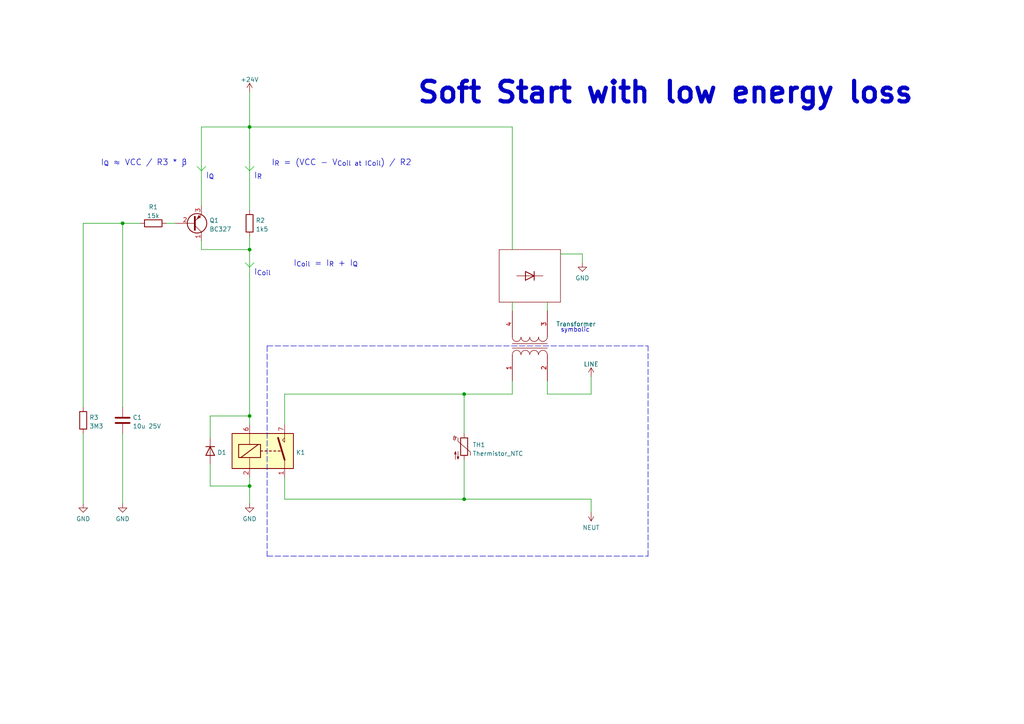
<source format=kicad_sch>
(kicad_sch (version 20211123) (generator eeschema)
  (paper "A4")
  (lib_symbols
    (symbol "Device:C" (pin_numbers hide) (pin_names (offset 0.254))
      (property "Reference" "C" (at 0.635 2.54 0))
      (property "Value" "C" (at 0.635 -2.54 0))
      (symbol "C_0_1"
        (polyline (pts (xy -2.032 -0.762) (xy 2.032 -0.762)) (stroke (width 0.508)))
        (polyline (pts (xy -2.032 0.762) (xy 2.032 0.762)) (stroke (width 0.508)))
      )
      (symbol "C_1_1"
        (pin passive line (at 0 3.81 270) (length 2.794) (name "~") (number "1"))
        (pin passive line (at 0 -3.81 90) (length 2.794) (name "~") (number "2"))
      )
    )
    (symbol "Device:D" (pin_numbers hide) (pin_names (offset 1.016) hide)
      (property "Reference" "D" (at 0 2.54 0))
      (property "Value" "D" (at 0 -2.54 0))
      (symbol "D_0_1"
        (polyline (pts (xy -1.27 1.27) (xy -1.27 -1.27)) (stroke (width 0.254)))
        (polyline (pts (xy 1.27 0) (xy -1.27 0)))
        (polyline (pts (xy 1.27 1.27) (xy 1.27 -1.27) (xy -1.27 0) (xy 1.27 1.27)) (stroke (width 0.254)))
      )
      (symbol "D_1_1"
        (pin passive line (at -3.81 0 0) (length 2.54) (name "K") (number "1"))
        (pin passive line (at 3.81 0 180) (length 2.54) (name "A") (number "2"))
      )
    )
    (symbol "Device:R" (pin_numbers hide) (pin_names (offset 0))
      (property "Reference" "R" (at 2.032 0 90))
      (property "Value" "R" (at 0 0 90))
      (symbol "R_0_1"
        (rectangle (start -1.016 -2.54) (end 1.016 2.54) (stroke (width 0.254)))
      )
      (symbol "R_1_1"
        (pin passive line (at 0 3.81 270) (length 1.27) (name "~") (number "1"))
        (pin passive line (at 0 -3.81 90) (length 1.27) (name "~") (number "2"))
      )
    )
    (symbol "Device:Thermistor_NTC" (pin_numbers hide) (pin_names (offset 0))
      (property "Reference" "TH" (at -4.445 0 90))
      (property "Value" "Thermistor_NTC" (at 3.175 0 90))
      (symbol "Thermistor_NTC_0_1"
        (arc (start -3.048 2.159) (mid -3.0495 2.3143) (end -3.175 2.413))
        (arc (start -3.048 2.159) (mid -2.9736 1.9794) (end -2.794 1.905))
        (arc (start -3.048 2.794) (mid -2.9736 2.6144) (end -2.794 2.54))
        (arc (start -2.794 1.905) (mid -2.6144 1.9794) (end -2.54 2.159))
        (arc (start -2.794 2.54) (mid -2.4393 2.5587) (end -2.159 2.794))
        (arc (start -2.794 3.048) (mid -2.9736 2.9736) (end -3.048 2.794))
        (arc (start -2.54 2.794) (mid -2.6144 2.9736) (end -2.794 3.048))
        (rectangle (start -1.016 2.54) (end 1.016 -2.54) (stroke (width 0.254)))
        (polyline (pts (xy -2.54 2.159) (xy -2.54 2.794)))
        (polyline (pts (xy -1.778 2.54) (xy -1.778 1.524) (xy 1.778 -1.524) (xy 1.778 -2.54)))
        (polyline (pts (xy -2.54 -3.683) (xy -2.54 -1.397) (xy -2.794 -2.159) (xy -2.286 -2.159) (xy -2.54 -1.397) (xy -2.54 -1.651)) (fill (type outline)))
        (polyline (pts (xy -1.778 -1.397) (xy -1.778 -3.683) (xy -2.032 -2.921) (xy -1.524 -2.921) (xy -1.778 -3.683) (xy -1.778 -3.429)) (fill (type outline)))
      )
      (symbol "Thermistor_NTC_1_1"
        (pin passive line (at 0 3.81 270) (length 1.27) (name "~") (number "1"))
        (pin passive line (at 0 -3.81 90) (length 1.27) (name "~") (number "2"))
      )
    )
    (symbol "Device:Transformer_1P_1S" (pin_names (offset 1.016) hide)
      (property "Reference" "T" (at 0 6.35 0))
      (property "Value" "Transformer_1P_1S" (at 0 -7.62 0))
      (symbol "Transformer_1P_1S_0_1"
        (arc (start -2.54 -5.0546) (mid -1.6599 -4.6901) (end -1.27 -3.81))
        (arc (start -2.54 -2.5146) (mid -1.6599 -2.1501) (end -1.27 -1.27))
        (arc (start -2.54 0.0254) (mid -1.6599 0.3899) (end -1.27 1.27))
        (arc (start -2.54 2.5654) (mid -1.6599 2.9299) (end -1.27 3.81))
        (arc (start -1.27 -3.81) (mid -1.642 -2.912) (end -2.54 -2.54))
        (arc (start -1.27 -1.27) (mid -1.642 -0.372) (end -2.54 0))
        (arc (start -1.27 1.27) (mid -1.642 2.168) (end -2.54 2.54))
        (arc (start -1.27 3.81) (mid -1.642 4.708) (end -2.54 5.08))
        (polyline (pts (xy -0.635 5.08) (xy -0.635 -5.08)))
        (polyline (pts (xy 0.635 -5.08) (xy 0.635 5.08)))
        (arc (start 1.2954 -1.27) (mid 1.6599 -2.1501) (end 2.54 -2.5146))
        (arc (start 1.2954 1.27) (mid 1.6599 0.3899) (end 2.54 0.0254))
        (arc (start 1.2954 3.81) (mid 1.6599 2.9299) (end 2.54 2.5654))
        (arc (start 1.3208 -3.81) (mid 1.6853 -4.6901) (end 2.5654 -5.0546))
        (arc (start 2.54 0) (mid 1.642 -0.372) (end 1.2954 -1.27))
        (arc (start 2.54 2.54) (mid 1.642 2.168) (end 1.2954 1.27))
        (arc (start 2.54 5.08) (mid 1.642 4.708) (end 1.2954 3.81))
        (arc (start 2.5654 -2.54) (mid 1.6674 -2.912) (end 1.3208 -3.81))
      )
      (symbol "Transformer_1P_1S_1_1"
        (pin passive line (at -10.16 5.08 0) (length 7.62) (name "AA") (number "1"))
        (pin passive line (at -10.16 -5.08 0) (length 7.62) (name "AB") (number "2"))
        (pin passive line (at 10.16 -5.08 180) (length 7.62) (name "SA") (number "3"))
        (pin passive line (at 10.16 5.08 180) (length 7.62) (name "SB") (number "4"))
      )
    )
    (symbol "Relay:DIPxx-1Axx-12x"
      (property "Reference" "K" (at 8.89 3.81 0))
      (property "Value" "DIPxx-1Axx-12x" (at 8.89 1.27 0))
      (symbol "DIPxx-1Axx-12x_0_0"
        (polyline (pts (xy 5.08 5.08) (xy 5.08 2.54) (xy 4.445 3.175) (xy 5.08 3.81)))
      )
      (symbol "DIPxx-1Axx-12x_0_1"
        (rectangle (start -10.16 5.08) (end 7.62 -5.08) (stroke (width 0.254)) (fill (type background)))
        (rectangle (start -8.255 1.905) (end -1.905 -1.905) (stroke (width 0.254)))
        (polyline (pts (xy -7.62 -1.905) (xy -2.54 1.905)) (stroke (width 0.254)))
        (polyline (pts (xy -5.08 -5.08) (xy -5.08 -1.905)))
        (polyline (pts (xy -5.08 5.08) (xy -5.08 1.905)))
        (polyline (pts (xy -1.905 0) (xy -1.27 0)) (stroke (width 0.254)))
        (polyline (pts (xy -0.635 0) (xy 0 0)) (stroke (width 0.254)))
        (polyline (pts (xy 0.635 0) (xy 1.27 0)) (stroke (width 0.254)))
        (polyline (pts (xy 1.905 0) (xy 2.54 0)) (stroke (width 0.254)))
        (polyline (pts (xy 3.175 0) (xy 3.81 0)) (stroke (width 0.254)))
        (polyline (pts (xy 5.08 -2.54) (xy 3.175 3.81)) (stroke (width 0.508)))
        (polyline (pts (xy 5.08 -2.54) (xy 5.08 -5.08)))
      )
      (symbol "DIPxx-1Axx-12x_1_1"
        (pin passive line (at 5.08 -7.62 90) (length 2.54) (name "~") (number "1"))
        (pin passive line (at -5.08 -7.62 90) (length 2.54) hide (name "~") (number "13"))
        (pin passive line (at 5.08 -7.62 90) (length 2.54) hide (name "~") (number "14"))
        (pin passive line (at -5.08 -7.62 90) (length 2.54) (name "~") (number "2"))
        (pin passive line (at -5.08 7.62 270) (length 2.54) (name "~") (number "6"))
        (pin passive line (at 5.08 7.62 270) (length 2.54) (name "~") (number "7"))
        (pin passive line (at 5.08 7.62 270) (length 2.54) hide (name "~") (number "8"))
      )
    )
    (symbol "Transistor_BJT:BC327" (pin_names (offset 0) hide)
      (property "Reference" "Q" (at 5.08 1.905 0))
      (property "Value" "BC327" (at 5.08 0 0))
      (symbol "BC327_0_1"
        (polyline (pts (xy 0.635 0.635) (xy 2.54 2.54)))
        (polyline (pts (xy 0.635 -0.635) (xy 2.54 -2.54) (xy 2.54 -2.54)))
        (polyline (pts (xy 0.635 1.905) (xy 0.635 -1.905) (xy 0.635 -1.905)) (stroke (width 0.508)))
        (polyline (pts (xy 2.286 -1.778) (xy 1.778 -2.286) (xy 1.27 -1.27) (xy 2.286 -1.778) (xy 2.286 -1.778)) (fill (type outline)))
        (circle (center 1.27 0) (radius 2.8194) (stroke (width 0.254)))
      )
      (symbol "BC327_1_1"
        (pin passive line (at 2.54 5.08 270) (length 2.54) (name "C") (number "1"))
        (pin input line (at -5.08 0 0) (length 5.715) (name "B") (number "2"))
        (pin passive line (at 2.54 -5.08 90) (length 2.54) (name "E") (number "3"))
      )
    )
    (symbol "power:+24V" (power) (pin_names (offset 0))
      (property "Value" "+24V" (at 0 3.556 0))
      (symbol "+24V_0_1"
        (polyline (pts (xy -0.762 1.27) (xy 0 2.54)))
        (polyline (pts (xy 0 0) (xy 0 2.54)))
        (polyline (pts (xy 0 2.54) (xy 0.762 1.27)))
      )
      (symbol "+24V_1_1"
        (pin power_in line (at 0 0 90) (length 0) hide (name "+24V") (number "1"))
      )
    )
    (symbol "power:GND" (power) (pin_names (offset 0))
      (property "Value" "GND" (at 0 -3.81 0))
      (symbol "GND_0_1"
        (polyline (pts (xy 0 0) (xy 0 -1.27) (xy 1.27 -1.27) (xy 0 -2.54) (xy -1.27 -1.27) (xy 0 -1.27)))
      )
      (symbol "GND_1_1"
        (pin power_in line (at 0 0 270) (length 0) hide (name "GND") (number "1"))
      )
    )
    (symbol "power:LINE" (power) (pin_names (offset 0))
      (property "Value" "LINE" (at 0 3.81 0))
      (symbol "LINE_0_1"
        (polyline (pts (xy -0.762 1.27) (xy 0 2.54)))
        (polyline (pts (xy 0 0) (xy 0 2.54)))
        (polyline (pts (xy 0 2.54) (xy 0.762 1.27)))
      )
      (symbol "LINE_1_1"
        (pin power_in line (at 0 0 90) (length 0) hide (name "LINE") (number "1"))
      )
    )
    (symbol "power:NEUT" (power) (pin_names (offset 0))
      (property "Value" "NEUT" (at 0 3.81 0))
      (symbol "NEUT_0_1"
        (polyline (pts (xy -0.762 1.27) (xy 0 2.54)))
        (polyline (pts (xy 0 0) (xy 0 2.54)))
        (polyline (pts (xy 0 2.54) (xy 0.762 1.27)))
      )
      (symbol "NEUT_1_1"
        (pin power_in line (at 0 0 90) (length 0) hide (name "NEUT") (number "1"))
      )
    )
  )
  (junction (at 134.62 144.78))
  (junction (at 72.39 36.83))
  (junction (at 134.62 114.3))
  (junction (at 72.39 140.97))
  (junction (at 72.39 72.39))
  (junction (at 72.39 120.65))
  (junction (at 35.56 64.77))
  (polyline (pts (xy 71.12 76.2) (xy 72.39 77.47)) (stroke (width 0) (type solid) (color 0 194 0 1)))
  (wire (pts (xy 48.26 64.77) (xy 50.8 64.77)))
  (wire (pts (xy 72.39 140.97) (xy 72.39 146.05)))
  (polyline (pts (xy 72.39 77.47) (xy 73.66 76.2)) (stroke (width 0) (type solid) (color 0 194 0 1)))
  (wire (pts (xy 148.59 36.83) (xy 72.39 36.83)))
  (wire (pts (xy 72.39 72.39) (xy 72.39 120.65)))
  (wire (pts (xy 58.42 36.83) (xy 72.39 36.83)))
  (wire (pts (xy 158.75 110.49) (xy 158.75 114.3)))
  (wire (pts (xy 171.45 148.59) (xy 171.45 144.78)))
  (polyline (pts (xy 144.78 72.39) (xy 162.56 72.39)) (stroke (width 0) (type solid) (color 132 0 0 1)))
  (wire (pts (xy 60.96 134.62) (xy 60.96 140.97)))
  (wire (pts (xy 148.59 87.63) (xy 148.59 90.17)))
  (wire (pts (xy 72.39 138.43) (xy 72.39 140.97)))
  (wire (pts (xy 134.62 133.35) (xy 134.62 144.78)))
  (wire (pts (xy 24.13 125.73) (xy 24.13 146.05)))
  (wire (pts (xy 162.56 73.66) (xy 168.91 73.66)))
  (wire (pts (xy 58.42 69.85) (xy 58.42 72.39)))
  (wire (pts (xy 171.45 114.3) (xy 158.75 114.3)))
  (polyline (pts (xy 162.56 87.63) (xy 144.78 87.63)) (stroke (width 0) (type solid) (color 132 0 0 1)))
  (wire (pts (xy 82.55 144.78) (xy 134.62 144.78)))
  (wire (pts (xy 158.75 87.63) (xy 158.75 90.17)))
  (wire (pts (xy 60.96 127) (xy 60.96 120.65)))
  (polyline (pts (xy 72.39 49.53) (xy 73.66 48.26)) (stroke (width 0) (type solid) (color 0 194 0 1)))
  (wire (pts (xy 82.55 123.19) (xy 82.55 114.3)))
  (polyline (pts (xy 58.42 49.53) (xy 59.69 48.26)) (stroke (width 0) (type solid) (color 0 194 0 1)))
  (wire (pts (xy 171.45 109.22) (xy 171.45 114.3)))
  (wire (pts (xy 171.45 144.78) (xy 134.62 144.78)))
  (wire (pts (xy 35.56 64.77) (xy 35.56 118.11)))
  (wire (pts (xy 40.64 64.77) (xy 35.56 64.77)))
  (polyline (pts (xy 144.78 72.39) (xy 144.78 87.63)) (stroke (width 0) (type solid) (color 132 0 0 1)))
  (polyline (pts (xy 77.47 161.29) (xy 187.96 161.29)))
  (wire (pts (xy 148.59 72.39) (xy 148.59 36.83)))
  (wire (pts (xy 72.39 26.67) (xy 72.39 36.83)))
  (wire (pts (xy 72.39 36.83) (xy 72.39 60.96)))
  (polyline (pts (xy 71.12 48.26) (xy 72.39 49.53)) (stroke (width 0) (type solid) (color 0 194 0 1)))
  (wire (pts (xy 168.91 76.2) (xy 168.91 73.66)))
  (wire (pts (xy 58.42 36.83) (xy 58.42 59.69)))
  (wire (pts (xy 148.59 114.3) (xy 134.62 114.3)))
  (wire (pts (xy 60.96 140.97) (xy 72.39 140.97)))
  (polyline (pts (xy 162.56 72.39) (xy 162.56 87.63)) (stroke (width 0) (type solid) (color 132 0 0 1)))
  (wire (pts (xy 60.96 120.65) (xy 72.39 120.65)))
  (polyline (pts (xy 57.15 48.26) (xy 58.42 49.53)) (stroke (width 0) (type solid) (color 0 194 0 1)))
  (wire (pts (xy 148.59 110.49) (xy 148.59 114.3)))
  (wire (pts (xy 82.55 114.3) (xy 134.62 114.3)))
  (polyline (pts (xy 77.47 100.33) (xy 187.96 100.33)))
  (wire (pts (xy 35.56 125.73) (xy 35.56 146.05)))
  (polyline (pts (xy 77.47 100.33) (xy 77.47 161.29)))
  (wire (pts (xy 58.42 72.39) (xy 72.39 72.39)))
  (wire (pts (xy 24.13 64.77) (xy 24.13 118.11)))
  (wire (pts (xy 134.62 114.3) (xy 134.62 125.73)))
  (wire (pts (xy 72.39 68.58) (xy 72.39 72.39)))
  (wire (pts (xy 24.13 64.77) (xy 35.56 64.77)))
  (wire (pts (xy 82.55 138.43) (xy 82.55 144.78)))
  (wire (pts (xy 72.39 120.65) (xy 72.39 123.19)))
  (polyline (pts (xy 187.96 161.29) (xy 187.96 100.33)))
  (text "I_{Q}" (at 59.69 52.07 0) (effects (font (size 1.7 1.7)) (justify left bottom)))
  (text "Soft Start with low energy loss" (at 120.65 30.48 0) (effects (font (size 6 6) (thickness 1.2) bold) (justify left bottom)))
  (text "I_{R}" (at 73.66 52.07 0) (effects (font (size 1.7 1.7)) (justify left bottom)))
  (text "symbolic" (at 162.56 96.52 0) (effects (font (size 1.27 1.27)) (justify left bottom)))
  (text "I_{Coil}" (at 73.66 80.01 0) (effects (font (size 1.7 1.7)) (justify left bottom)))
  (text "I_{R} = (VCC - V_{Coil at ICoil}) / R2" (at 78.74 48.26 0) (effects (font (size 1.7 1.7)) (justify left bottom)))
  (text "I_{Q} ≈ VCC / R3 * β" (at 29.21 48.26 0) (effects (font (size 1.7 1.7)) (justify left bottom)))
  (text "I_{Coil} = I_{R} + I_{Q}" (at 85.09 77.47 0) (effects (font (size 1.7 1.7)) (justify left bottom)))
  (symbol (lib_id "Device:R") (at 44.45 64.77 90) (unit 1)
    (property "Reference" "R1" (at 44.45 60.0542 90))
    (property "Value" "15k" (at 44.45 62.5911 90))
  )
  (symbol (lib_id "power:+24V") (at 72.39 26.67 0) (unit 1)
    (property "Reference" "#PWR01" (effects hide))
    (property "Value" "+24V" (at 72.39 23.0942 0))
  )
  (symbol (lib_id "power:LINE") (at 171.45 109.22 0) (unit 1)
    (property "Reference" "#PWR?" (effects hide))
    (property "Value" "LINE" (at 171.45 105.6442 0))
  )
  (symbol (lib_id "power:GND") (at 168.91 76.2 0) (unit 1)
    (property "Reference" "#PWR?" (effects hide))
    (property "Value" "GND" (at 168.91 80.6434 0))
  )
  (symbol (lib_id "Device:Transformer_1P_1S") (at 153.67 100.33 90) (unit 1)
    (property "Reference" "T?" (effects hide))
    (property "Value" "Transformer" (at 161.29 93.98 90) (effects (justify right)))
  )
  (symbol (lib_id "power:GND") (at 24.13 146.05 0) (unit 1)
    (property "Reference" "#PWR02" (effects hide))
    (property "Value" "GND" (at 24.13 150.4934 0))
  )
  (symbol (lib_id "Device:Thermistor_NTC") (at 134.62 129.54 0) (unit 1)
    (property "Reference" "TH1" (at 137.033 129.0228 0) (effects (justify left)))
    (property "Value" "Thermistor_NTC" (at 137.033 131.5597 0) (effects (justify left)))
  )
  (symbol (lib_id "Relay:DIPxx-1Axx-12x") (at 77.47 130.81 0) (unit 1)
    (property "Reference" "K1" (at 85.852 131.2438 0) (effects (justify left)))
    (property "Value" "DIPxx-1Axx-12x" (effects hide))
    (property "Footprint" "Relay_THT:Relay_StandexMeder_DIP_LowProfile" (effects hide))
    (property "Datasheet" "https://standexelectronics.com/wp-content/uploads/datasheet_reed_relay_DIP.pdf" (effects hide))
  )
  (symbol (lib_id "Device:R") (at 72.39 64.77 0) (unit 1)
    (property "Reference" "R2" (at 74.168 63.9353 0) (effects (justify left)))
    (property "Value" "1k5" (at 74.168 66.4722 0) (effects (justify left)))
  )
  (symbol (lib_id "Device:R") (at 24.13 121.92 0) (unit 1)
    (property "Reference" "R3" (at 25.908 121.0853 0) (effects (justify left)))
    (property "Value" "3M3" (at 25.908 123.6222 0) (effects (justify left)))
  )
  (symbol (lib_id "power:GND") (at 72.39 146.05 0) (unit 1)
    (property "Reference" "#PWR04" (effects hide))
    (property "Value" "GND" (at 72.39 150.4934 0))
  )
  (symbol (lib_id "Device:D") (at 60.96 130.81 270) (unit 1)
    (property "Reference" "D1" (at 62.992 131.2438 90) (effects (justify left)))
    (property "Value" "D" (effects hide))
  )
  (symbol (lib_id "power:GND") (at 35.56 146.05 0) (unit 1)
    (property "Reference" "#PWR03" (effects hide))
    (property "Value" "GND" (at 35.56 150.4934 0))
  )
  (symbol (lib_id "Device:C") (at 35.56 121.92 0) (unit 1)
    (property "Reference" "C1" (at 38.481 121.0853 0) (effects (justify left)))
    (property "Value" "10u 25V" (at 38.481 123.6222 0) (effects (justify left)))
  )
  (symbol (lib_id "Transistor_BJT:BC327") (at 55.88 64.77 0) (mirror x) (unit 1)
    (property "Reference" "Q1" (at 60.7314 63.9353 0) (effects (justify left)))
    (property "Value" "BC327" (at 60.7314 66.4722 0) (effects (justify left)))
    (property "Footprint" "Package_TO_SOT_THT:TO-92_Inline" (effects hide))
    (property "Datasheet" "http://www.onsemi.com/pub_link/Collateral/BC327-D.PDF" (effects hide))
  )
  (symbol (lib_id "Device:D") (at 153.67 80.01 180) (unit 1)
    (property "Reference" "D2" (effects hide))
    (property "Value" "D" (effects hide))
  )
  (symbol (lib_id "power:NEUT") (at 171.45 148.59 180) (unit 1)
    (property "Reference" "#PWR?" (effects hide))
    (property "Value" "NEUT" (at 171.45 153.0334 0))
  )
)
</source>
